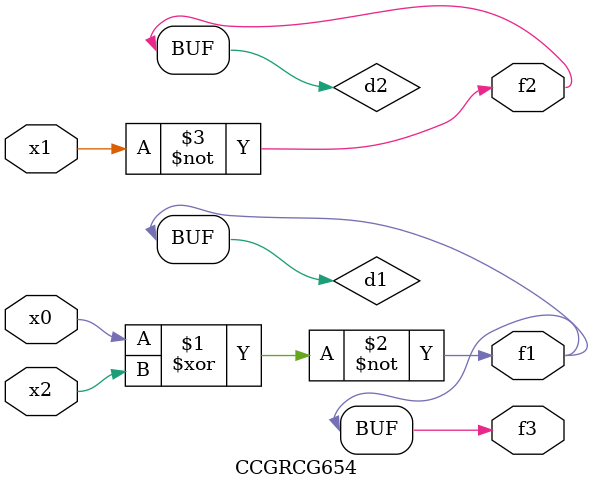
<source format=v>
module CCGRCG654(
	input x0, x1, x2,
	output f1, f2, f3
);

	wire d1, d2, d3;

	xnor (d1, x0, x2);
	nand (d2, x1);
	nor (d3, x1, x2);
	assign f1 = d1;
	assign f2 = d2;
	assign f3 = d1;
endmodule

</source>
